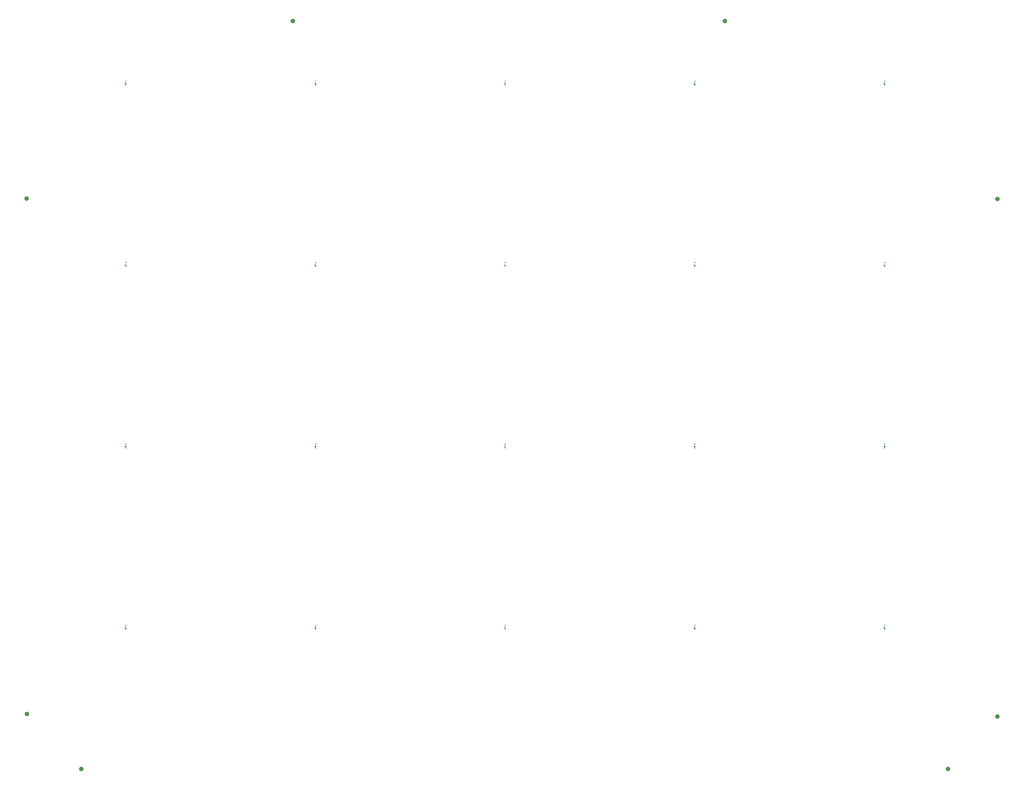
<source format=gbp>
G04*
G04 #@! TF.GenerationSoftware,Altium Limited,Altium Designer,23.8.1 (32)*
G04*
G04 Layer_Color=128*
%FSTAX26Y26*%
%MOIN*%
G70*
G04*
G04 #@! TF.SameCoordinates,353E1745-25BD-4490-98DE-B48524D5EC12*
G04*
G04*
G04 #@! TF.FilePolarity,Positive*
G04*
G01*
G75*
%ADD11C,0.042047*%
G36*
X07649513Y06101034D02*
X07639314D01*
X07649513Y06118414D01*
Y06101034D01*
D02*
G37*
G36*
X05936919D02*
X0592672D01*
X05936919Y06118414D01*
Y06101034D01*
D02*
G37*
G36*
X04224325D02*
X04214126D01*
X04224325Y06118414D01*
Y06101034D01*
D02*
G37*
G36*
X02511731D02*
X02501532D01*
X02511731Y06118414D01*
Y06101034D01*
D02*
G37*
G36*
X00799137D02*
X00788938D01*
X00799137Y06118414D01*
Y06101034D01*
D02*
G37*
G36*
X07649513Y06061127D02*
X07633128Y0608905D01*
X07649513D01*
X07649513Y06061127D01*
D02*
G37*
G36*
X05936919D02*
X05920534Y0608905D01*
X05936919D01*
X05936919Y06061127D01*
D02*
G37*
G36*
X04224325D02*
X0420794Y0608905D01*
X04224325D01*
X04224325Y06061127D01*
D02*
G37*
G36*
X02511731D02*
X02495346Y0608905D01*
X02511731D01*
X02511731Y06061127D01*
D02*
G37*
G36*
X00799137D02*
X00782752Y0608905D01*
X00799137D01*
X00799137Y06061127D01*
D02*
G37*
G36*
X07649513Y04463227D02*
X07639314D01*
X07649513Y04480608D01*
Y04463227D01*
D02*
G37*
G36*
X05936919D02*
X0592672D01*
X05936919Y04480608D01*
Y04463227D01*
D02*
G37*
G36*
X04224325D02*
X04214126D01*
X04224325Y04480608D01*
Y04463227D01*
D02*
G37*
G36*
X02511731D02*
X02501532D01*
X02511731Y04480608D01*
Y04463227D01*
D02*
G37*
G36*
X00799137D02*
X00788938D01*
X00799137Y04480608D01*
Y04463227D01*
D02*
G37*
G36*
X07649513Y04423321D02*
X07633128Y04451244D01*
X07649513D01*
X07649513Y04423321D01*
D02*
G37*
G36*
X05936919D02*
X05920534Y04451244D01*
X05936919D01*
X05936919Y04423321D01*
D02*
G37*
G36*
X04224325D02*
X0420794Y04451244D01*
X04224325D01*
X04224325Y04423321D01*
D02*
G37*
G36*
X02511731D02*
X02495346Y04451244D01*
X02511731D01*
X02511731Y04423321D01*
D02*
G37*
G36*
X00799137D02*
X00782752Y04451244D01*
X00799137D01*
X00799137Y04423321D01*
D02*
G37*
G36*
X07649513Y02825421D02*
X07639314D01*
X07649513Y02842801D01*
Y02825421D01*
D02*
G37*
G36*
X05936919D02*
X0592672D01*
X05936919Y02842801D01*
Y02825421D01*
D02*
G37*
G36*
X04224325D02*
X04214126D01*
X04224325Y02842801D01*
Y02825421D01*
D02*
G37*
G36*
X02511731D02*
X02501532D01*
X02511731Y02842801D01*
Y02825421D01*
D02*
G37*
G36*
X00799137D02*
X00788938D01*
X00799137Y02842801D01*
Y02825421D01*
D02*
G37*
G36*
X07649513Y02785515D02*
X07633128Y02813437D01*
X07649513D01*
X07649513Y02785515D01*
D02*
G37*
G36*
X05936919D02*
X05920534Y02813437D01*
X05936919D01*
X05936919Y02785515D01*
D02*
G37*
G36*
X04224325D02*
X0420794Y02813437D01*
X04224325D01*
X04224325Y02785515D01*
D02*
G37*
G36*
X02511731D02*
X02495346Y02813437D01*
X02511731D01*
X02511731Y02785515D01*
D02*
G37*
G36*
X00799137D02*
X00782752Y02813437D01*
X00799137D01*
X00799137Y02785515D01*
D02*
G37*
G36*
X07649513Y01187614D02*
X07639314D01*
X07649513Y01204995D01*
Y01187614D01*
D02*
G37*
G36*
X05936919D02*
X0592672D01*
X05936919Y01204995D01*
Y01187614D01*
D02*
G37*
G36*
X04224325D02*
X04214126D01*
X04224325Y01204995D01*
Y01187614D01*
D02*
G37*
G36*
X02511731D02*
X02501532D01*
X02511731Y01204995D01*
Y01187614D01*
D02*
G37*
G36*
X00799137D02*
X00788938D01*
X00799137Y01204995D01*
Y01187614D01*
D02*
G37*
G36*
X07649513Y01147708D02*
X07633128Y01175631D01*
X07649513D01*
X07649513Y01147708D01*
D02*
G37*
G36*
X05936919D02*
X05920534Y01175631D01*
X05936919D01*
X05936919Y01147708D01*
D02*
G37*
G36*
X04224325D02*
X0420794Y01175631D01*
X04224325D01*
X04224325Y01147708D01*
D02*
G37*
G36*
X02511731D02*
X02495346Y01175631D01*
X02511731D01*
X02511731Y01147708D01*
D02*
G37*
G36*
X00799137D02*
X00782752Y01175631D01*
X00799137D01*
X00799137Y01147708D01*
D02*
G37*
D11*
X-00098483Y003937D02*
D03*
X08661266Y00370928D02*
D03*
X06204031Y0664936D02*
D03*
X02304031D02*
D03*
X08661266Y05043928D02*
D03*
X00393512Y-00101861D02*
D03*
X-00099298Y05046928D02*
D03*
X08217266Y-00101867D02*
D03*
M02*

</source>
